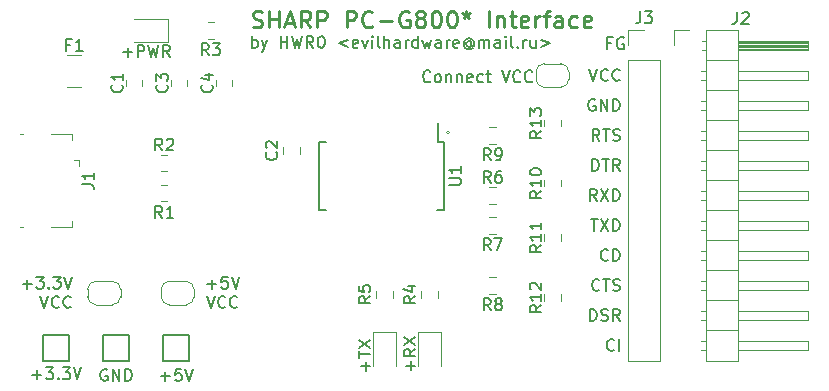
<source format=gbr>
G04 #@! TF.GenerationSoftware,KiCad,Pcbnew,(5.1.6)-1*
G04 #@! TF.CreationDate,2020-08-10T17:12:12+03:00*
G04 #@! TF.ProjectId,g850_kiss,67383530-5f6b-4697-9373-2e6b69636164,rev?*
G04 #@! TF.SameCoordinates,Original*
G04 #@! TF.FileFunction,Legend,Top*
G04 #@! TF.FilePolarity,Positive*
%FSLAX46Y46*%
G04 Gerber Fmt 4.6, Leading zero omitted, Abs format (unit mm)*
G04 Created by KiCad (PCBNEW (5.1.6)-1) date 2020-08-10 17:12:12*
%MOMM*%
%LPD*%
G01*
G04 APERTURE LIST*
%ADD10C,0.120000*%
%ADD11C,0.150000*%
%ADD12C,0.250000*%
G04 APERTURE END LIST*
D10*
X142240000Y-73406000D02*
G75*
G03*
X142240000Y-73406000I-127000J0D01*
G01*
D11*
X125556952Y-66238380D02*
X125556952Y-65238380D01*
X125556952Y-65619333D02*
X125652190Y-65571714D01*
X125842666Y-65571714D01*
X125937904Y-65619333D01*
X125985523Y-65666952D01*
X126033142Y-65762190D01*
X126033142Y-66047904D01*
X125985523Y-66143142D01*
X125937904Y-66190761D01*
X125842666Y-66238380D01*
X125652190Y-66238380D01*
X125556952Y-66190761D01*
X126366476Y-65571714D02*
X126604571Y-66238380D01*
X126842666Y-65571714D02*
X126604571Y-66238380D01*
X126509333Y-66476476D01*
X126461714Y-66524095D01*
X126366476Y-66571714D01*
X127985523Y-66238380D02*
X127985523Y-65238380D01*
X127985523Y-65714571D02*
X128556952Y-65714571D01*
X128556952Y-66238380D02*
X128556952Y-65238380D01*
X128937904Y-65238380D02*
X129176000Y-66238380D01*
X129366476Y-65524095D01*
X129556952Y-66238380D01*
X129795047Y-65238380D01*
X130747428Y-66238380D02*
X130414095Y-65762190D01*
X130176000Y-66238380D02*
X130176000Y-65238380D01*
X130556952Y-65238380D01*
X130652190Y-65286000D01*
X130699809Y-65333619D01*
X130747428Y-65428857D01*
X130747428Y-65571714D01*
X130699809Y-65666952D01*
X130652190Y-65714571D01*
X130556952Y-65762190D01*
X130176000Y-65762190D01*
X131366476Y-65238380D02*
X131461714Y-65238380D01*
X131556952Y-65286000D01*
X131604571Y-65333619D01*
X131652190Y-65428857D01*
X131699809Y-65619333D01*
X131699809Y-65857428D01*
X131652190Y-66047904D01*
X131604571Y-66143142D01*
X131556952Y-66190761D01*
X131461714Y-66238380D01*
X131366476Y-66238380D01*
X131271238Y-66190761D01*
X131223619Y-66143142D01*
X131176000Y-66047904D01*
X131128380Y-65857428D01*
X131128380Y-65619333D01*
X131176000Y-65428857D01*
X131223619Y-65333619D01*
X131271238Y-65286000D01*
X131366476Y-65238380D01*
X133652190Y-65571714D02*
X132890285Y-65857428D01*
X133652190Y-66143142D01*
X134509333Y-66190761D02*
X134414095Y-66238380D01*
X134223619Y-66238380D01*
X134128380Y-66190761D01*
X134080761Y-66095523D01*
X134080761Y-65714571D01*
X134128380Y-65619333D01*
X134223619Y-65571714D01*
X134414095Y-65571714D01*
X134509333Y-65619333D01*
X134556952Y-65714571D01*
X134556952Y-65809809D01*
X134080761Y-65905047D01*
X134890285Y-65571714D02*
X135128380Y-66238380D01*
X135366476Y-65571714D01*
X135747428Y-66238380D02*
X135747428Y-65571714D01*
X135747428Y-65238380D02*
X135699809Y-65286000D01*
X135747428Y-65333619D01*
X135795047Y-65286000D01*
X135747428Y-65238380D01*
X135747428Y-65333619D01*
X136366476Y-66238380D02*
X136271238Y-66190761D01*
X136223619Y-66095523D01*
X136223619Y-65238380D01*
X136747428Y-66238380D02*
X136747428Y-65238380D01*
X137176000Y-66238380D02*
X137176000Y-65714571D01*
X137128380Y-65619333D01*
X137033142Y-65571714D01*
X136890285Y-65571714D01*
X136795047Y-65619333D01*
X136747428Y-65666952D01*
X138080761Y-66238380D02*
X138080761Y-65714571D01*
X138033142Y-65619333D01*
X137937904Y-65571714D01*
X137747428Y-65571714D01*
X137652190Y-65619333D01*
X138080761Y-66190761D02*
X137985523Y-66238380D01*
X137747428Y-66238380D01*
X137652190Y-66190761D01*
X137604571Y-66095523D01*
X137604571Y-66000285D01*
X137652190Y-65905047D01*
X137747428Y-65857428D01*
X137985523Y-65857428D01*
X138080761Y-65809809D01*
X138556952Y-66238380D02*
X138556952Y-65571714D01*
X138556952Y-65762190D02*
X138604571Y-65666952D01*
X138652190Y-65619333D01*
X138747428Y-65571714D01*
X138842666Y-65571714D01*
X139604571Y-66238380D02*
X139604571Y-65238380D01*
X139604571Y-66190761D02*
X139509333Y-66238380D01*
X139318857Y-66238380D01*
X139223619Y-66190761D01*
X139176000Y-66143142D01*
X139128380Y-66047904D01*
X139128380Y-65762190D01*
X139176000Y-65666952D01*
X139223619Y-65619333D01*
X139318857Y-65571714D01*
X139509333Y-65571714D01*
X139604571Y-65619333D01*
X139985523Y-65571714D02*
X140176000Y-66238380D01*
X140366476Y-65762190D01*
X140556952Y-66238380D01*
X140747428Y-65571714D01*
X141556952Y-66238380D02*
X141556952Y-65714571D01*
X141509333Y-65619333D01*
X141414095Y-65571714D01*
X141223619Y-65571714D01*
X141128380Y-65619333D01*
X141556952Y-66190761D02*
X141461714Y-66238380D01*
X141223619Y-66238380D01*
X141128380Y-66190761D01*
X141080761Y-66095523D01*
X141080761Y-66000285D01*
X141128380Y-65905047D01*
X141223619Y-65857428D01*
X141461714Y-65857428D01*
X141556952Y-65809809D01*
X142033142Y-66238380D02*
X142033142Y-65571714D01*
X142033142Y-65762190D02*
X142080761Y-65666952D01*
X142128380Y-65619333D01*
X142223619Y-65571714D01*
X142318857Y-65571714D01*
X143033142Y-66190761D02*
X142937904Y-66238380D01*
X142747428Y-66238380D01*
X142652190Y-66190761D01*
X142604571Y-66095523D01*
X142604571Y-65714571D01*
X142652190Y-65619333D01*
X142747428Y-65571714D01*
X142937904Y-65571714D01*
X143033142Y-65619333D01*
X143080761Y-65714571D01*
X143080761Y-65809809D01*
X142604571Y-65905047D01*
X144128380Y-65762190D02*
X144080761Y-65714571D01*
X143985523Y-65666952D01*
X143890285Y-65666952D01*
X143795047Y-65714571D01*
X143747428Y-65762190D01*
X143699809Y-65857428D01*
X143699809Y-65952666D01*
X143747428Y-66047904D01*
X143795047Y-66095523D01*
X143890285Y-66143142D01*
X143985523Y-66143142D01*
X144080761Y-66095523D01*
X144128380Y-66047904D01*
X144128380Y-65666952D02*
X144128380Y-66047904D01*
X144176000Y-66095523D01*
X144223619Y-66095523D01*
X144318857Y-66047904D01*
X144366476Y-65952666D01*
X144366476Y-65714571D01*
X144271238Y-65571714D01*
X144128380Y-65476476D01*
X143937904Y-65428857D01*
X143747428Y-65476476D01*
X143604571Y-65571714D01*
X143509333Y-65714571D01*
X143461714Y-65905047D01*
X143509333Y-66095523D01*
X143604571Y-66238380D01*
X143747428Y-66333619D01*
X143937904Y-66381238D01*
X144128380Y-66333619D01*
X144271238Y-66238380D01*
X144795047Y-66238380D02*
X144795047Y-65571714D01*
X144795047Y-65666952D02*
X144842666Y-65619333D01*
X144937904Y-65571714D01*
X145080761Y-65571714D01*
X145176000Y-65619333D01*
X145223619Y-65714571D01*
X145223619Y-66238380D01*
X145223619Y-65714571D02*
X145271238Y-65619333D01*
X145366476Y-65571714D01*
X145509333Y-65571714D01*
X145604571Y-65619333D01*
X145652190Y-65714571D01*
X145652190Y-66238380D01*
X146556952Y-66238380D02*
X146556952Y-65714571D01*
X146509333Y-65619333D01*
X146414095Y-65571714D01*
X146223619Y-65571714D01*
X146128380Y-65619333D01*
X146556952Y-66190761D02*
X146461714Y-66238380D01*
X146223619Y-66238380D01*
X146128380Y-66190761D01*
X146080761Y-66095523D01*
X146080761Y-66000285D01*
X146128380Y-65905047D01*
X146223619Y-65857428D01*
X146461714Y-65857428D01*
X146556952Y-65809809D01*
X147033142Y-66238380D02*
X147033142Y-65571714D01*
X147033142Y-65238380D02*
X146985523Y-65286000D01*
X147033142Y-65333619D01*
X147080761Y-65286000D01*
X147033142Y-65238380D01*
X147033142Y-65333619D01*
X147652190Y-66238380D02*
X147556952Y-66190761D01*
X147509333Y-66095523D01*
X147509333Y-65238380D01*
X148033142Y-66143142D02*
X148080761Y-66190761D01*
X148033142Y-66238380D01*
X147985523Y-66190761D01*
X148033142Y-66143142D01*
X148033142Y-66238380D01*
X148509333Y-66238380D02*
X148509333Y-65571714D01*
X148509333Y-65762190D02*
X148556952Y-65666952D01*
X148604571Y-65619333D01*
X148699809Y-65571714D01*
X148795047Y-65571714D01*
X149556952Y-65571714D02*
X149556952Y-66238380D01*
X149128380Y-65571714D02*
X149128380Y-66095523D01*
X149176000Y-66190761D01*
X149271238Y-66238380D01*
X149414095Y-66238380D01*
X149509333Y-66190761D01*
X149556952Y-66143142D01*
X150033142Y-65571714D02*
X150795047Y-65857428D01*
X150033142Y-66143142D01*
D12*
X125620666Y-64447666D02*
X125820666Y-64514333D01*
X126154000Y-64514333D01*
X126287333Y-64447666D01*
X126354000Y-64381000D01*
X126420666Y-64247666D01*
X126420666Y-64114333D01*
X126354000Y-63981000D01*
X126287333Y-63914333D01*
X126154000Y-63847666D01*
X125887333Y-63781000D01*
X125754000Y-63714333D01*
X125687333Y-63647666D01*
X125620666Y-63514333D01*
X125620666Y-63381000D01*
X125687333Y-63247666D01*
X125754000Y-63181000D01*
X125887333Y-63114333D01*
X126220666Y-63114333D01*
X126420666Y-63181000D01*
X127020666Y-64514333D02*
X127020666Y-63114333D01*
X127020666Y-63781000D02*
X127820666Y-63781000D01*
X127820666Y-64514333D02*
X127820666Y-63114333D01*
X128420666Y-64114333D02*
X129087333Y-64114333D01*
X128287333Y-64514333D02*
X128754000Y-63114333D01*
X129220666Y-64514333D01*
X130487333Y-64514333D02*
X130020666Y-63847666D01*
X129687333Y-64514333D02*
X129687333Y-63114333D01*
X130220666Y-63114333D01*
X130354000Y-63181000D01*
X130420666Y-63247666D01*
X130487333Y-63381000D01*
X130487333Y-63581000D01*
X130420666Y-63714333D01*
X130354000Y-63781000D01*
X130220666Y-63847666D01*
X129687333Y-63847666D01*
X131087333Y-64514333D02*
X131087333Y-63114333D01*
X131620666Y-63114333D01*
X131754000Y-63181000D01*
X131820666Y-63247666D01*
X131887333Y-63381000D01*
X131887333Y-63581000D01*
X131820666Y-63714333D01*
X131754000Y-63781000D01*
X131620666Y-63847666D01*
X131087333Y-63847666D01*
X133554000Y-64514333D02*
X133554000Y-63114333D01*
X134087333Y-63114333D01*
X134220666Y-63181000D01*
X134287333Y-63247666D01*
X134354000Y-63381000D01*
X134354000Y-63581000D01*
X134287333Y-63714333D01*
X134220666Y-63781000D01*
X134087333Y-63847666D01*
X133554000Y-63847666D01*
X135754000Y-64381000D02*
X135687333Y-64447666D01*
X135487333Y-64514333D01*
X135354000Y-64514333D01*
X135154000Y-64447666D01*
X135020666Y-64314333D01*
X134954000Y-64181000D01*
X134887333Y-63914333D01*
X134887333Y-63714333D01*
X134954000Y-63447666D01*
X135020666Y-63314333D01*
X135154000Y-63181000D01*
X135354000Y-63114333D01*
X135487333Y-63114333D01*
X135687333Y-63181000D01*
X135754000Y-63247666D01*
X136354000Y-63981000D02*
X137420666Y-63981000D01*
X138820666Y-63181000D02*
X138687333Y-63114333D01*
X138487333Y-63114333D01*
X138287333Y-63181000D01*
X138154000Y-63314333D01*
X138087333Y-63447666D01*
X138020666Y-63714333D01*
X138020666Y-63914333D01*
X138087333Y-64181000D01*
X138154000Y-64314333D01*
X138287333Y-64447666D01*
X138487333Y-64514333D01*
X138620666Y-64514333D01*
X138820666Y-64447666D01*
X138887333Y-64381000D01*
X138887333Y-63914333D01*
X138620666Y-63914333D01*
X139687333Y-63714333D02*
X139554000Y-63647666D01*
X139487333Y-63581000D01*
X139420666Y-63447666D01*
X139420666Y-63381000D01*
X139487333Y-63247666D01*
X139554000Y-63181000D01*
X139687333Y-63114333D01*
X139954000Y-63114333D01*
X140087333Y-63181000D01*
X140154000Y-63247666D01*
X140220666Y-63381000D01*
X140220666Y-63447666D01*
X140154000Y-63581000D01*
X140087333Y-63647666D01*
X139954000Y-63714333D01*
X139687333Y-63714333D01*
X139554000Y-63781000D01*
X139487333Y-63847666D01*
X139420666Y-63981000D01*
X139420666Y-64247666D01*
X139487333Y-64381000D01*
X139554000Y-64447666D01*
X139687333Y-64514333D01*
X139954000Y-64514333D01*
X140087333Y-64447666D01*
X140154000Y-64381000D01*
X140220666Y-64247666D01*
X140220666Y-63981000D01*
X140154000Y-63847666D01*
X140087333Y-63781000D01*
X139954000Y-63714333D01*
X141087333Y-63114333D02*
X141220666Y-63114333D01*
X141354000Y-63181000D01*
X141420666Y-63247666D01*
X141487333Y-63381000D01*
X141554000Y-63647666D01*
X141554000Y-63981000D01*
X141487333Y-64247666D01*
X141420666Y-64381000D01*
X141354000Y-64447666D01*
X141220666Y-64514333D01*
X141087333Y-64514333D01*
X140954000Y-64447666D01*
X140887333Y-64381000D01*
X140820666Y-64247666D01*
X140754000Y-63981000D01*
X140754000Y-63647666D01*
X140820666Y-63381000D01*
X140887333Y-63247666D01*
X140954000Y-63181000D01*
X141087333Y-63114333D01*
X142420666Y-63114333D02*
X142554000Y-63114333D01*
X142687333Y-63181000D01*
X142754000Y-63247666D01*
X142820666Y-63381000D01*
X142887333Y-63647666D01*
X142887333Y-63981000D01*
X142820666Y-64247666D01*
X142754000Y-64381000D01*
X142687333Y-64447666D01*
X142554000Y-64514333D01*
X142420666Y-64514333D01*
X142287333Y-64447666D01*
X142220666Y-64381000D01*
X142154000Y-64247666D01*
X142087333Y-63981000D01*
X142087333Y-63647666D01*
X142154000Y-63381000D01*
X142220666Y-63247666D01*
X142287333Y-63181000D01*
X142420666Y-63114333D01*
X143687333Y-63114333D02*
X143687333Y-63447666D01*
X143354000Y-63314333D02*
X143687333Y-63447666D01*
X144020666Y-63314333D01*
X143487333Y-63714333D02*
X143687333Y-63447666D01*
X143887333Y-63714333D01*
X145620666Y-64514333D02*
X145620666Y-63114333D01*
X146287333Y-63581000D02*
X146287333Y-64514333D01*
X146287333Y-63714333D02*
X146354000Y-63647666D01*
X146487333Y-63581000D01*
X146687333Y-63581000D01*
X146820666Y-63647666D01*
X146887333Y-63781000D01*
X146887333Y-64514333D01*
X147354000Y-63581000D02*
X147887333Y-63581000D01*
X147554000Y-63114333D02*
X147554000Y-64314333D01*
X147620666Y-64447666D01*
X147754000Y-64514333D01*
X147887333Y-64514333D01*
X148887333Y-64447666D02*
X148754000Y-64514333D01*
X148487333Y-64514333D01*
X148354000Y-64447666D01*
X148287333Y-64314333D01*
X148287333Y-63781000D01*
X148354000Y-63647666D01*
X148487333Y-63581000D01*
X148754000Y-63581000D01*
X148887333Y-63647666D01*
X148954000Y-63781000D01*
X148954000Y-63914333D01*
X148287333Y-64047666D01*
X149554000Y-64514333D02*
X149554000Y-63581000D01*
X149554000Y-63847666D02*
X149620666Y-63714333D01*
X149687333Y-63647666D01*
X149820666Y-63581000D01*
X149954000Y-63581000D01*
X150220666Y-63581000D02*
X150754000Y-63581000D01*
X150420666Y-64514333D02*
X150420666Y-63314333D01*
X150487333Y-63181000D01*
X150620666Y-63114333D01*
X150754000Y-63114333D01*
X151820666Y-64514333D02*
X151820666Y-63781000D01*
X151754000Y-63647666D01*
X151620666Y-63581000D01*
X151354000Y-63581000D01*
X151220666Y-63647666D01*
X151820666Y-64447666D02*
X151687333Y-64514333D01*
X151354000Y-64514333D01*
X151220666Y-64447666D01*
X151154000Y-64314333D01*
X151154000Y-64181000D01*
X151220666Y-64047666D01*
X151354000Y-63981000D01*
X151687333Y-63981000D01*
X151820666Y-63914333D01*
X153087333Y-64447666D02*
X152954000Y-64514333D01*
X152687333Y-64514333D01*
X152554000Y-64447666D01*
X152487333Y-64381000D01*
X152420666Y-64247666D01*
X152420666Y-63847666D01*
X152487333Y-63714333D01*
X152554000Y-63647666D01*
X152687333Y-63581000D01*
X152954000Y-63581000D01*
X153087333Y-63647666D01*
X154220666Y-64447666D02*
X154087333Y-64514333D01*
X153820666Y-64514333D01*
X153687333Y-64447666D01*
X153620666Y-64314333D01*
X153620666Y-63781000D01*
X153687333Y-63647666D01*
X153820666Y-63581000D01*
X154087333Y-63581000D01*
X154220666Y-63647666D01*
X154287333Y-63781000D01*
X154287333Y-63914333D01*
X153620666Y-64047666D01*
D11*
X156207833Y-91797142D02*
X156160214Y-91844761D01*
X156017357Y-91892380D01*
X155922119Y-91892380D01*
X155779261Y-91844761D01*
X155684023Y-91749523D01*
X155636404Y-91654285D01*
X155588785Y-91463809D01*
X155588785Y-91320952D01*
X155636404Y-91130476D01*
X155684023Y-91035238D01*
X155779261Y-90940000D01*
X155922119Y-90892380D01*
X156017357Y-90892380D01*
X156160214Y-90940000D01*
X156207833Y-90987619D01*
X156636404Y-91892380D02*
X156636404Y-90892380D01*
X154160214Y-89352380D02*
X154160214Y-88352380D01*
X154398309Y-88352380D01*
X154541166Y-88400000D01*
X154636404Y-88495238D01*
X154684023Y-88590476D01*
X154731642Y-88780952D01*
X154731642Y-88923809D01*
X154684023Y-89114285D01*
X154636404Y-89209523D01*
X154541166Y-89304761D01*
X154398309Y-89352380D01*
X154160214Y-89352380D01*
X155112595Y-89304761D02*
X155255452Y-89352380D01*
X155493547Y-89352380D01*
X155588785Y-89304761D01*
X155636404Y-89257142D01*
X155684023Y-89161904D01*
X155684023Y-89066666D01*
X155636404Y-88971428D01*
X155588785Y-88923809D01*
X155493547Y-88876190D01*
X155303071Y-88828571D01*
X155207833Y-88780952D01*
X155160214Y-88733333D01*
X155112595Y-88638095D01*
X155112595Y-88542857D01*
X155160214Y-88447619D01*
X155207833Y-88400000D01*
X155303071Y-88352380D01*
X155541166Y-88352380D01*
X155684023Y-88400000D01*
X156684023Y-89352380D02*
X156350690Y-88876190D01*
X156112595Y-89352380D02*
X156112595Y-88352380D01*
X156493547Y-88352380D01*
X156588785Y-88400000D01*
X156636404Y-88447619D01*
X156684023Y-88542857D01*
X156684023Y-88685714D01*
X156636404Y-88780952D01*
X156588785Y-88828571D01*
X156493547Y-88876190D01*
X156112595Y-88876190D01*
X154969738Y-86717142D02*
X154922119Y-86764761D01*
X154779261Y-86812380D01*
X154684023Y-86812380D01*
X154541166Y-86764761D01*
X154445928Y-86669523D01*
X154398309Y-86574285D01*
X154350690Y-86383809D01*
X154350690Y-86240952D01*
X154398309Y-86050476D01*
X154445928Y-85955238D01*
X154541166Y-85860000D01*
X154684023Y-85812380D01*
X154779261Y-85812380D01*
X154922119Y-85860000D01*
X154969738Y-85907619D01*
X155255452Y-85812380D02*
X155826880Y-85812380D01*
X155541166Y-86812380D02*
X155541166Y-85812380D01*
X156112595Y-86764761D02*
X156255452Y-86812380D01*
X156493547Y-86812380D01*
X156588785Y-86764761D01*
X156636404Y-86717142D01*
X156684023Y-86621904D01*
X156684023Y-86526666D01*
X156636404Y-86431428D01*
X156588785Y-86383809D01*
X156493547Y-86336190D01*
X156303071Y-86288571D01*
X156207833Y-86240952D01*
X156160214Y-86193333D01*
X156112595Y-86098095D01*
X156112595Y-86002857D01*
X156160214Y-85907619D01*
X156207833Y-85860000D01*
X156303071Y-85812380D01*
X156541166Y-85812380D01*
X156684023Y-85860000D01*
X155684023Y-84177142D02*
X155636404Y-84224761D01*
X155493547Y-84272380D01*
X155398309Y-84272380D01*
X155255452Y-84224761D01*
X155160214Y-84129523D01*
X155112595Y-84034285D01*
X155064976Y-83843809D01*
X155064976Y-83700952D01*
X155112595Y-83510476D01*
X155160214Y-83415238D01*
X155255452Y-83320000D01*
X155398309Y-83272380D01*
X155493547Y-83272380D01*
X155636404Y-83320000D01*
X155684023Y-83367619D01*
X156112595Y-84272380D02*
X156112595Y-83272380D01*
X156350690Y-83272380D01*
X156493547Y-83320000D01*
X156588785Y-83415238D01*
X156636404Y-83510476D01*
X156684023Y-83700952D01*
X156684023Y-83843809D01*
X156636404Y-84034285D01*
X156588785Y-84129523D01*
X156493547Y-84224761D01*
X156350690Y-84272380D01*
X156112595Y-84272380D01*
X154255452Y-80732380D02*
X154826880Y-80732380D01*
X154541166Y-81732380D02*
X154541166Y-80732380D01*
X155064976Y-80732380D02*
X155731642Y-81732380D01*
X155731642Y-80732380D02*
X155064976Y-81732380D01*
X156112595Y-81732380D02*
X156112595Y-80732380D01*
X156350690Y-80732380D01*
X156493547Y-80780000D01*
X156588785Y-80875238D01*
X156636404Y-80970476D01*
X156684023Y-81160952D01*
X156684023Y-81303809D01*
X156636404Y-81494285D01*
X156588785Y-81589523D01*
X156493547Y-81684761D01*
X156350690Y-81732380D01*
X156112595Y-81732380D01*
X154731642Y-79192380D02*
X154398309Y-78716190D01*
X154160214Y-79192380D02*
X154160214Y-78192380D01*
X154541166Y-78192380D01*
X154636404Y-78240000D01*
X154684023Y-78287619D01*
X154731642Y-78382857D01*
X154731642Y-78525714D01*
X154684023Y-78620952D01*
X154636404Y-78668571D01*
X154541166Y-78716190D01*
X154160214Y-78716190D01*
X155064976Y-78192380D02*
X155731642Y-79192380D01*
X155731642Y-78192380D02*
X155064976Y-79192380D01*
X156112595Y-79192380D02*
X156112595Y-78192380D01*
X156350690Y-78192380D01*
X156493547Y-78240000D01*
X156588785Y-78335238D01*
X156636404Y-78430476D01*
X156684023Y-78620952D01*
X156684023Y-78763809D01*
X156636404Y-78954285D01*
X156588785Y-79049523D01*
X156493547Y-79144761D01*
X156350690Y-79192380D01*
X156112595Y-79192380D01*
X154350690Y-76652380D02*
X154350690Y-75652380D01*
X154588785Y-75652380D01*
X154731642Y-75700000D01*
X154826880Y-75795238D01*
X154874500Y-75890476D01*
X154922119Y-76080952D01*
X154922119Y-76223809D01*
X154874500Y-76414285D01*
X154826880Y-76509523D01*
X154731642Y-76604761D01*
X154588785Y-76652380D01*
X154350690Y-76652380D01*
X155207833Y-75652380D02*
X155779261Y-75652380D01*
X155493547Y-76652380D02*
X155493547Y-75652380D01*
X156684023Y-76652380D02*
X156350690Y-76176190D01*
X156112595Y-76652380D02*
X156112595Y-75652380D01*
X156493547Y-75652380D01*
X156588785Y-75700000D01*
X156636404Y-75747619D01*
X156684023Y-75842857D01*
X156684023Y-75985714D01*
X156636404Y-76080952D01*
X156588785Y-76128571D01*
X156493547Y-76176190D01*
X156112595Y-76176190D01*
X155969785Y-65841571D02*
X155636452Y-65841571D01*
X155636452Y-66365380D02*
X155636452Y-65365380D01*
X156112642Y-65365380D01*
X157017404Y-65413000D02*
X156922166Y-65365380D01*
X156779309Y-65365380D01*
X156636452Y-65413000D01*
X156541214Y-65508238D01*
X156493595Y-65603476D01*
X156445976Y-65793952D01*
X156445976Y-65936809D01*
X156493595Y-66127285D01*
X156541214Y-66222523D01*
X156636452Y-66317761D01*
X156779309Y-66365380D01*
X156874547Y-66365380D01*
X157017404Y-66317761D01*
X157065023Y-66270142D01*
X157065023Y-65936809D01*
X156874547Y-65936809D01*
X154969738Y-74112380D02*
X154636404Y-73636190D01*
X154398309Y-74112380D02*
X154398309Y-73112380D01*
X154779261Y-73112380D01*
X154874500Y-73160000D01*
X154922119Y-73207619D01*
X154969738Y-73302857D01*
X154969738Y-73445714D01*
X154922119Y-73540952D01*
X154874500Y-73588571D01*
X154779261Y-73636190D01*
X154398309Y-73636190D01*
X155255452Y-73112380D02*
X155826880Y-73112380D01*
X155541166Y-74112380D02*
X155541166Y-73112380D01*
X156112595Y-74064761D02*
X156255452Y-74112380D01*
X156493547Y-74112380D01*
X156588785Y-74064761D01*
X156636404Y-74017142D01*
X156684023Y-73921904D01*
X156684023Y-73826666D01*
X156636404Y-73731428D01*
X156588785Y-73683809D01*
X156493547Y-73636190D01*
X156303071Y-73588571D01*
X156207833Y-73540952D01*
X156160214Y-73493333D01*
X156112595Y-73398095D01*
X156112595Y-73302857D01*
X156160214Y-73207619D01*
X156207833Y-73160000D01*
X156303071Y-73112380D01*
X156541166Y-73112380D01*
X156684023Y-73160000D01*
X154588785Y-70620000D02*
X154493547Y-70572380D01*
X154350690Y-70572380D01*
X154207833Y-70620000D01*
X154112595Y-70715238D01*
X154064976Y-70810476D01*
X154017357Y-71000952D01*
X154017357Y-71143809D01*
X154064976Y-71334285D01*
X154112595Y-71429523D01*
X154207833Y-71524761D01*
X154350690Y-71572380D01*
X154445928Y-71572380D01*
X154588785Y-71524761D01*
X154636404Y-71477142D01*
X154636404Y-71143809D01*
X154445928Y-71143809D01*
X155064976Y-71572380D02*
X155064976Y-70572380D01*
X155636404Y-71572380D01*
X155636404Y-70572380D01*
X156112595Y-71572380D02*
X156112595Y-70572380D01*
X156350690Y-70572380D01*
X156493547Y-70620000D01*
X156588785Y-70715238D01*
X156636404Y-70810476D01*
X156684023Y-71000952D01*
X156684023Y-71143809D01*
X156636404Y-71334285D01*
X156588785Y-71429523D01*
X156493547Y-71524761D01*
X156350690Y-71572380D01*
X156112595Y-71572380D01*
X154112595Y-68032380D02*
X154445928Y-69032380D01*
X154779261Y-68032380D01*
X155684023Y-68937142D02*
X155636404Y-68984761D01*
X155493547Y-69032380D01*
X155398309Y-69032380D01*
X155255452Y-68984761D01*
X155160214Y-68889523D01*
X155112595Y-68794285D01*
X155064976Y-68603809D01*
X155064976Y-68460952D01*
X155112595Y-68270476D01*
X155160214Y-68175238D01*
X155255452Y-68080000D01*
X155398309Y-68032380D01*
X155493547Y-68032380D01*
X155636404Y-68080000D01*
X155684023Y-68127619D01*
X156684023Y-68937142D02*
X156636404Y-68984761D01*
X156493547Y-69032380D01*
X156398309Y-69032380D01*
X156255452Y-68984761D01*
X156160214Y-68889523D01*
X156112595Y-68794285D01*
X156064976Y-68603809D01*
X156064976Y-68460952D01*
X156112595Y-68270476D01*
X156160214Y-68175238D01*
X156255452Y-68080000D01*
X156398309Y-68032380D01*
X156493547Y-68032380D01*
X156636404Y-68080000D01*
X156684023Y-68127619D01*
X114633619Y-66619428D02*
X115395523Y-66619428D01*
X115014571Y-67000380D02*
X115014571Y-66238476D01*
X115871714Y-67000380D02*
X115871714Y-66000380D01*
X116252666Y-66000380D01*
X116347904Y-66048000D01*
X116395523Y-66095619D01*
X116443142Y-66190857D01*
X116443142Y-66333714D01*
X116395523Y-66428952D01*
X116347904Y-66476571D01*
X116252666Y-66524190D01*
X115871714Y-66524190D01*
X116776476Y-66000380D02*
X117014571Y-67000380D01*
X117205047Y-66286095D01*
X117395523Y-67000380D01*
X117633619Y-66000380D01*
X118586000Y-67000380D02*
X118252666Y-66524190D01*
X118014571Y-67000380D02*
X118014571Y-66000380D01*
X118395523Y-66000380D01*
X118490761Y-66048000D01*
X118538380Y-66095619D01*
X118586000Y-66190857D01*
X118586000Y-66333714D01*
X118538380Y-66428952D01*
X118490761Y-66476571D01*
X118395523Y-66524190D01*
X118014571Y-66524190D01*
X139009428Y-93559142D02*
X139009428Y-92797238D01*
X139390380Y-93178190D02*
X138628476Y-93178190D01*
X139390380Y-91749619D02*
X138914190Y-92082952D01*
X139390380Y-92321047D02*
X138390380Y-92321047D01*
X138390380Y-91940095D01*
X138438000Y-91844857D01*
X138485619Y-91797238D01*
X138580857Y-91749619D01*
X138723714Y-91749619D01*
X138818952Y-91797238D01*
X138866571Y-91844857D01*
X138914190Y-91940095D01*
X138914190Y-92321047D01*
X138390380Y-91416285D02*
X139390380Y-90749619D01*
X138390380Y-90749619D02*
X139390380Y-91416285D01*
X135199428Y-93567095D02*
X135199428Y-92805190D01*
X135580380Y-93186142D02*
X134818476Y-93186142D01*
X134580380Y-92471857D02*
X134580380Y-91900428D01*
X135580380Y-92186142D02*
X134580380Y-92186142D01*
X134580380Y-91662333D02*
X135580380Y-90995666D01*
X134580380Y-90995666D02*
X135580380Y-91662333D01*
X117840285Y-94051428D02*
X118602190Y-94051428D01*
X118221238Y-94432380D02*
X118221238Y-93670476D01*
X119554571Y-93432380D02*
X119078380Y-93432380D01*
X119030761Y-93908571D01*
X119078380Y-93860952D01*
X119173619Y-93813333D01*
X119411714Y-93813333D01*
X119506952Y-93860952D01*
X119554571Y-93908571D01*
X119602190Y-94003809D01*
X119602190Y-94241904D01*
X119554571Y-94337142D01*
X119506952Y-94384761D01*
X119411714Y-94432380D01*
X119173619Y-94432380D01*
X119078380Y-94384761D01*
X119030761Y-94337142D01*
X119887904Y-93432380D02*
X120221238Y-94432380D01*
X120554571Y-93432380D01*
X113284095Y-93480000D02*
X113188857Y-93432380D01*
X113046000Y-93432380D01*
X112903142Y-93480000D01*
X112807904Y-93575238D01*
X112760285Y-93670476D01*
X112712666Y-93860952D01*
X112712666Y-94003809D01*
X112760285Y-94194285D01*
X112807904Y-94289523D01*
X112903142Y-94384761D01*
X113046000Y-94432380D01*
X113141238Y-94432380D01*
X113284095Y-94384761D01*
X113331714Y-94337142D01*
X113331714Y-94003809D01*
X113141238Y-94003809D01*
X113760285Y-94432380D02*
X113760285Y-93432380D01*
X114331714Y-94432380D01*
X114331714Y-93432380D01*
X114807904Y-94432380D02*
X114807904Y-93432380D01*
X115046000Y-93432380D01*
X115188857Y-93480000D01*
X115284095Y-93575238D01*
X115331714Y-93670476D01*
X115379333Y-93860952D01*
X115379333Y-94003809D01*
X115331714Y-94194285D01*
X115284095Y-94289523D01*
X115188857Y-94384761D01*
X115046000Y-94432380D01*
X114807904Y-94432380D01*
X106966000Y-93924428D02*
X107727904Y-93924428D01*
X107346952Y-94305380D02*
X107346952Y-93543476D01*
X108108857Y-93305380D02*
X108727904Y-93305380D01*
X108394571Y-93686333D01*
X108537428Y-93686333D01*
X108632666Y-93733952D01*
X108680285Y-93781571D01*
X108727904Y-93876809D01*
X108727904Y-94114904D01*
X108680285Y-94210142D01*
X108632666Y-94257761D01*
X108537428Y-94305380D01*
X108251714Y-94305380D01*
X108156476Y-94257761D01*
X108108857Y-94210142D01*
X109156476Y-94210142D02*
X109204095Y-94257761D01*
X109156476Y-94305380D01*
X109108857Y-94257761D01*
X109156476Y-94210142D01*
X109156476Y-94305380D01*
X109537428Y-93305380D02*
X110156476Y-93305380D01*
X109823142Y-93686333D01*
X109966000Y-93686333D01*
X110061238Y-93733952D01*
X110108857Y-93781571D01*
X110156476Y-93876809D01*
X110156476Y-94114904D01*
X110108857Y-94210142D01*
X110061238Y-94257761D01*
X109966000Y-94305380D01*
X109680285Y-94305380D01*
X109585047Y-94257761D01*
X109537428Y-94210142D01*
X110442190Y-93305380D02*
X110775523Y-94305380D01*
X111108857Y-93305380D01*
X140653000Y-69064142D02*
X140605380Y-69111761D01*
X140462523Y-69159380D01*
X140367285Y-69159380D01*
X140224428Y-69111761D01*
X140129190Y-69016523D01*
X140081571Y-68921285D01*
X140033952Y-68730809D01*
X140033952Y-68587952D01*
X140081571Y-68397476D01*
X140129190Y-68302238D01*
X140224428Y-68207000D01*
X140367285Y-68159380D01*
X140462523Y-68159380D01*
X140605380Y-68207000D01*
X140653000Y-68254619D01*
X141224428Y-69159380D02*
X141129190Y-69111761D01*
X141081571Y-69064142D01*
X141033952Y-68968904D01*
X141033952Y-68683190D01*
X141081571Y-68587952D01*
X141129190Y-68540333D01*
X141224428Y-68492714D01*
X141367285Y-68492714D01*
X141462523Y-68540333D01*
X141510142Y-68587952D01*
X141557761Y-68683190D01*
X141557761Y-68968904D01*
X141510142Y-69064142D01*
X141462523Y-69111761D01*
X141367285Y-69159380D01*
X141224428Y-69159380D01*
X141986333Y-68492714D02*
X141986333Y-69159380D01*
X141986333Y-68587952D02*
X142033952Y-68540333D01*
X142129190Y-68492714D01*
X142272047Y-68492714D01*
X142367285Y-68540333D01*
X142414904Y-68635571D01*
X142414904Y-69159380D01*
X142891095Y-68492714D02*
X142891095Y-69159380D01*
X142891095Y-68587952D02*
X142938714Y-68540333D01*
X143033952Y-68492714D01*
X143176809Y-68492714D01*
X143272047Y-68540333D01*
X143319666Y-68635571D01*
X143319666Y-69159380D01*
X144176809Y-69111761D02*
X144081571Y-69159380D01*
X143891095Y-69159380D01*
X143795857Y-69111761D01*
X143748238Y-69016523D01*
X143748238Y-68635571D01*
X143795857Y-68540333D01*
X143891095Y-68492714D01*
X144081571Y-68492714D01*
X144176809Y-68540333D01*
X144224428Y-68635571D01*
X144224428Y-68730809D01*
X143748238Y-68826047D01*
X145081571Y-69111761D02*
X144986333Y-69159380D01*
X144795857Y-69159380D01*
X144700619Y-69111761D01*
X144653000Y-69064142D01*
X144605380Y-68968904D01*
X144605380Y-68683190D01*
X144653000Y-68587952D01*
X144700619Y-68540333D01*
X144795857Y-68492714D01*
X144986333Y-68492714D01*
X145081571Y-68540333D01*
X145367285Y-68492714D02*
X145748238Y-68492714D01*
X145510142Y-68159380D02*
X145510142Y-69016523D01*
X145557761Y-69111761D01*
X145653000Y-69159380D01*
X145748238Y-69159380D01*
X146700619Y-68159380D02*
X147033952Y-69159380D01*
X147367285Y-68159380D01*
X148272047Y-69064142D02*
X148224428Y-69111761D01*
X148081571Y-69159380D01*
X147986333Y-69159380D01*
X147843476Y-69111761D01*
X147748238Y-69016523D01*
X147700619Y-68921285D01*
X147653000Y-68730809D01*
X147653000Y-68587952D01*
X147700619Y-68397476D01*
X147748238Y-68302238D01*
X147843476Y-68207000D01*
X147986333Y-68159380D01*
X148081571Y-68159380D01*
X148224428Y-68207000D01*
X148272047Y-68254619D01*
X149272047Y-69064142D02*
X149224428Y-69111761D01*
X149081571Y-69159380D01*
X148986333Y-69159380D01*
X148843476Y-69111761D01*
X148748238Y-69016523D01*
X148700619Y-68921285D01*
X148653000Y-68730809D01*
X148653000Y-68587952D01*
X148700619Y-68397476D01*
X148748238Y-68302238D01*
X148843476Y-68207000D01*
X148986333Y-68159380D01*
X149081571Y-68159380D01*
X149224428Y-68207000D01*
X149272047Y-68254619D01*
X121777285Y-86241428D02*
X122539190Y-86241428D01*
X122158238Y-86622380D02*
X122158238Y-85860476D01*
X123491571Y-85622380D02*
X123015380Y-85622380D01*
X122967761Y-86098571D01*
X123015380Y-86050952D01*
X123110619Y-86003333D01*
X123348714Y-86003333D01*
X123443952Y-86050952D01*
X123491571Y-86098571D01*
X123539190Y-86193809D01*
X123539190Y-86431904D01*
X123491571Y-86527142D01*
X123443952Y-86574761D01*
X123348714Y-86622380D01*
X123110619Y-86622380D01*
X123015380Y-86574761D01*
X122967761Y-86527142D01*
X123824904Y-85622380D02*
X124158238Y-86622380D01*
X124491571Y-85622380D01*
X121729666Y-87272380D02*
X122063000Y-88272380D01*
X122396333Y-87272380D01*
X123301095Y-88177142D02*
X123253476Y-88224761D01*
X123110619Y-88272380D01*
X123015380Y-88272380D01*
X122872523Y-88224761D01*
X122777285Y-88129523D01*
X122729666Y-88034285D01*
X122682047Y-87843809D01*
X122682047Y-87700952D01*
X122729666Y-87510476D01*
X122777285Y-87415238D01*
X122872523Y-87320000D01*
X123015380Y-87272380D01*
X123110619Y-87272380D01*
X123253476Y-87320000D01*
X123301095Y-87367619D01*
X124301095Y-88177142D02*
X124253476Y-88224761D01*
X124110619Y-88272380D01*
X124015380Y-88272380D01*
X123872523Y-88224761D01*
X123777285Y-88129523D01*
X123729666Y-88034285D01*
X123682047Y-87843809D01*
X123682047Y-87700952D01*
X123729666Y-87510476D01*
X123777285Y-87415238D01*
X123872523Y-87320000D01*
X124015380Y-87272380D01*
X124110619Y-87272380D01*
X124253476Y-87320000D01*
X124301095Y-87367619D01*
X106154404Y-86241428D02*
X106916309Y-86241428D01*
X106535357Y-86622380D02*
X106535357Y-85860476D01*
X107297261Y-85622380D02*
X107916309Y-85622380D01*
X107582976Y-86003333D01*
X107725833Y-86003333D01*
X107821071Y-86050952D01*
X107868690Y-86098571D01*
X107916309Y-86193809D01*
X107916309Y-86431904D01*
X107868690Y-86527142D01*
X107821071Y-86574761D01*
X107725833Y-86622380D01*
X107440119Y-86622380D01*
X107344880Y-86574761D01*
X107297261Y-86527142D01*
X108344880Y-86527142D02*
X108392500Y-86574761D01*
X108344880Y-86622380D01*
X108297261Y-86574761D01*
X108344880Y-86527142D01*
X108344880Y-86622380D01*
X108725833Y-85622380D02*
X109344880Y-85622380D01*
X109011547Y-86003333D01*
X109154404Y-86003333D01*
X109249642Y-86050952D01*
X109297261Y-86098571D01*
X109344880Y-86193809D01*
X109344880Y-86431904D01*
X109297261Y-86527142D01*
X109249642Y-86574761D01*
X109154404Y-86622380D01*
X108868690Y-86622380D01*
X108773452Y-86574761D01*
X108725833Y-86527142D01*
X109630595Y-85622380D02*
X109963928Y-86622380D01*
X110297261Y-85622380D01*
X107630595Y-87272380D02*
X107963928Y-88272380D01*
X108297261Y-87272380D01*
X109202023Y-88177142D02*
X109154404Y-88224761D01*
X109011547Y-88272380D01*
X108916309Y-88272380D01*
X108773452Y-88224761D01*
X108678214Y-88129523D01*
X108630595Y-88034285D01*
X108582976Y-87843809D01*
X108582976Y-87700952D01*
X108630595Y-87510476D01*
X108678214Y-87415238D01*
X108773452Y-87320000D01*
X108916309Y-87272380D01*
X109011547Y-87272380D01*
X109154404Y-87320000D01*
X109202023Y-87367619D01*
X110202023Y-88177142D02*
X110154404Y-88224761D01*
X110011547Y-88272380D01*
X109916309Y-88272380D01*
X109773452Y-88224761D01*
X109678214Y-88129523D01*
X109630595Y-88034285D01*
X109582976Y-87843809D01*
X109582976Y-87700952D01*
X109630595Y-87510476D01*
X109678214Y-87415238D01*
X109773452Y-87320000D01*
X109916309Y-87272380D01*
X110011547Y-87272380D01*
X110154404Y-87320000D01*
X110202023Y-87367619D01*
X112946000Y-90594000D02*
X115146000Y-90594000D01*
X115146000Y-90594000D02*
X115146000Y-92794000D01*
X115146000Y-92794000D02*
X112946000Y-92794000D01*
X112946000Y-92794000D02*
X112946000Y-90594000D01*
X118026000Y-90594000D02*
X120226000Y-90594000D01*
X120226000Y-90594000D02*
X120226000Y-92794000D01*
X120226000Y-92794000D02*
X118026000Y-92794000D01*
X118026000Y-92794000D02*
X118026000Y-90594000D01*
X107866000Y-90594000D02*
X110066000Y-90594000D01*
X110066000Y-90594000D02*
X110066000Y-92794000D01*
X110066000Y-92794000D02*
X107866000Y-92794000D01*
X107866000Y-92794000D02*
X107866000Y-90594000D01*
X141850000Y-74214000D02*
X141275000Y-74214000D01*
X141850000Y-79964000D02*
X141200000Y-79964000D01*
X131200000Y-79964000D02*
X131850000Y-79964000D01*
X131200000Y-74214000D02*
X131850000Y-74214000D01*
X141850000Y-74214000D02*
X141850000Y-79964000D01*
X131200000Y-74214000D02*
X131200000Y-79964000D01*
X141275000Y-74214000D02*
X141275000Y-72614000D01*
D10*
X150293000Y-72896252D02*
X150293000Y-72373748D01*
X151713000Y-72896252D02*
X151713000Y-72373748D01*
X151713000Y-87123748D02*
X151713000Y-87646252D01*
X150293000Y-87123748D02*
X150293000Y-87646252D01*
X151713000Y-82043748D02*
X151713000Y-82566252D01*
X150293000Y-82043748D02*
X150293000Y-82566252D01*
X150293000Y-77976252D02*
X150293000Y-77453748D01*
X151713000Y-77976252D02*
X151713000Y-77453748D01*
X146175252Y-74370000D02*
X145652748Y-74370000D01*
X146175252Y-72950000D02*
X145652748Y-72950000D01*
X146175252Y-87070000D02*
X145652748Y-87070000D01*
X146175252Y-85650000D02*
X145652748Y-85650000D01*
X146175252Y-81990000D02*
X145652748Y-81990000D01*
X146175252Y-80570000D02*
X145652748Y-80570000D01*
X146175252Y-79450000D02*
X145652748Y-79450000D01*
X146175252Y-78030000D02*
X145652748Y-78030000D01*
X136069000Y-87383252D02*
X136069000Y-86860748D01*
X137489000Y-87383252D02*
X137489000Y-86860748D01*
X139879000Y-87383252D02*
X139879000Y-86860748D01*
X141299000Y-87383252D02*
X141299000Y-86860748D01*
X121794748Y-64060000D02*
X122317252Y-64060000D01*
X121794748Y-65480000D02*
X122317252Y-65480000D01*
X118371252Y-76709340D02*
X117848748Y-76709340D01*
X118371252Y-75289340D02*
X117848748Y-75289340D01*
X118371252Y-79249340D02*
X117848748Y-79249340D01*
X118371252Y-77829340D02*
X117848748Y-77829340D01*
X149588000Y-68880000D02*
X149588000Y-68280000D01*
X151688000Y-69580000D02*
X150288000Y-69580000D01*
X152388000Y-68280000D02*
X152388000Y-68880000D01*
X150288000Y-67580000D02*
X151688000Y-67580000D01*
X149588000Y-68280000D02*
G75*
G02*
X150288000Y-67580000I700000J0D01*
G01*
X150288000Y-69580000D02*
G75*
G02*
X149588000Y-68880000I0J700000D01*
G01*
X152388000Y-68880000D02*
G75*
G02*
X151688000Y-69580000I-700000J0D01*
G01*
X151688000Y-67580000D02*
G75*
G02*
X152388000Y-68280000I0J-700000D01*
G01*
X117853000Y-87295000D02*
X117853000Y-86695000D01*
X119953000Y-87995000D02*
X118553000Y-87995000D01*
X120653000Y-86695000D02*
X120653000Y-87295000D01*
X118553000Y-85995000D02*
X119953000Y-85995000D01*
X117853000Y-86695000D02*
G75*
G02*
X118553000Y-85995000I700000J0D01*
G01*
X118553000Y-87995000D02*
G75*
G02*
X117853000Y-87295000I0J700000D01*
G01*
X120653000Y-87295000D02*
G75*
G02*
X119953000Y-87995000I-700000J0D01*
G01*
X119953000Y-85995000D02*
G75*
G02*
X120653000Y-86695000I0J-700000D01*
G01*
X111630000Y-87295000D02*
X111630000Y-86695000D01*
X113730000Y-87995000D02*
X112330000Y-87995000D01*
X114430000Y-86695000D02*
X114430000Y-87295000D01*
X112330000Y-85995000D02*
X113730000Y-85995000D01*
X111630000Y-86695000D02*
G75*
G02*
X112330000Y-85995000I700000J0D01*
G01*
X112330000Y-87995000D02*
G75*
G02*
X111630000Y-87295000I0J700000D01*
G01*
X114430000Y-87295000D02*
G75*
G02*
X113730000Y-87995000I-700000J0D01*
G01*
X113730000Y-85995000D02*
G75*
G02*
X114430000Y-86695000I0J-700000D01*
G01*
X157420000Y-92770000D02*
X160080000Y-92770000D01*
X157420000Y-67310000D02*
X157420000Y-92770000D01*
X160080000Y-67310000D02*
X160080000Y-92770000D01*
X157420000Y-67310000D02*
X160080000Y-67310000D01*
X157420000Y-66040000D02*
X157420000Y-64710000D01*
X157420000Y-64710000D02*
X158750000Y-64710000D01*
X164000000Y-64710000D02*
X164000000Y-92770000D01*
X164000000Y-92770000D02*
X166660000Y-92770000D01*
X166660000Y-92770000D02*
X166660000Y-64710000D01*
X166660000Y-64710000D02*
X164000000Y-64710000D01*
X166660000Y-65660000D02*
X172660000Y-65660000D01*
X172660000Y-65660000D02*
X172660000Y-66420000D01*
X172660000Y-66420000D02*
X166660000Y-66420000D01*
X166660000Y-65720000D02*
X172660000Y-65720000D01*
X166660000Y-65840000D02*
X172660000Y-65840000D01*
X166660000Y-65960000D02*
X172660000Y-65960000D01*
X166660000Y-66080000D02*
X172660000Y-66080000D01*
X166660000Y-66200000D02*
X172660000Y-66200000D01*
X166660000Y-66320000D02*
X172660000Y-66320000D01*
X163670000Y-65660000D02*
X164000000Y-65660000D01*
X163670000Y-66420000D02*
X164000000Y-66420000D01*
X164000000Y-67310000D02*
X166660000Y-67310000D01*
X166660000Y-68200000D02*
X172660000Y-68200000D01*
X172660000Y-68200000D02*
X172660000Y-68960000D01*
X172660000Y-68960000D02*
X166660000Y-68960000D01*
X163602929Y-68200000D02*
X164000000Y-68200000D01*
X163602929Y-68960000D02*
X164000000Y-68960000D01*
X164000000Y-69850000D02*
X166660000Y-69850000D01*
X166660000Y-70740000D02*
X172660000Y-70740000D01*
X172660000Y-70740000D02*
X172660000Y-71500000D01*
X172660000Y-71500000D02*
X166660000Y-71500000D01*
X163602929Y-70740000D02*
X164000000Y-70740000D01*
X163602929Y-71500000D02*
X164000000Y-71500000D01*
X164000000Y-72390000D02*
X166660000Y-72390000D01*
X166660000Y-73280000D02*
X172660000Y-73280000D01*
X172660000Y-73280000D02*
X172660000Y-74040000D01*
X172660000Y-74040000D02*
X166660000Y-74040000D01*
X163602929Y-73280000D02*
X164000000Y-73280000D01*
X163602929Y-74040000D02*
X164000000Y-74040000D01*
X164000000Y-74930000D02*
X166660000Y-74930000D01*
X166660000Y-75820000D02*
X172660000Y-75820000D01*
X172660000Y-75820000D02*
X172660000Y-76580000D01*
X172660000Y-76580000D02*
X166660000Y-76580000D01*
X163602929Y-75820000D02*
X164000000Y-75820000D01*
X163602929Y-76580000D02*
X164000000Y-76580000D01*
X164000000Y-77470000D02*
X166660000Y-77470000D01*
X166660000Y-78360000D02*
X172660000Y-78360000D01*
X172660000Y-78360000D02*
X172660000Y-79120000D01*
X172660000Y-79120000D02*
X166660000Y-79120000D01*
X163602929Y-78360000D02*
X164000000Y-78360000D01*
X163602929Y-79120000D02*
X164000000Y-79120000D01*
X164000000Y-80010000D02*
X166660000Y-80010000D01*
X166660000Y-80900000D02*
X172660000Y-80900000D01*
X172660000Y-80900000D02*
X172660000Y-81660000D01*
X172660000Y-81660000D02*
X166660000Y-81660000D01*
X163602929Y-80900000D02*
X164000000Y-80900000D01*
X163602929Y-81660000D02*
X164000000Y-81660000D01*
X164000000Y-82550000D02*
X166660000Y-82550000D01*
X166660000Y-83440000D02*
X172660000Y-83440000D01*
X172660000Y-83440000D02*
X172660000Y-84200000D01*
X172660000Y-84200000D02*
X166660000Y-84200000D01*
X163602929Y-83440000D02*
X164000000Y-83440000D01*
X163602929Y-84200000D02*
X164000000Y-84200000D01*
X164000000Y-85090000D02*
X166660000Y-85090000D01*
X166660000Y-85980000D02*
X172660000Y-85980000D01*
X172660000Y-85980000D02*
X172660000Y-86740000D01*
X172660000Y-86740000D02*
X166660000Y-86740000D01*
X163602929Y-85980000D02*
X164000000Y-85980000D01*
X163602929Y-86740000D02*
X164000000Y-86740000D01*
X164000000Y-87630000D02*
X166660000Y-87630000D01*
X166660000Y-88520000D02*
X172660000Y-88520000D01*
X172660000Y-88520000D02*
X172660000Y-89280000D01*
X172660000Y-89280000D02*
X166660000Y-89280000D01*
X163602929Y-88520000D02*
X164000000Y-88520000D01*
X163602929Y-89280000D02*
X164000000Y-89280000D01*
X164000000Y-90170000D02*
X166660000Y-90170000D01*
X166660000Y-91060000D02*
X172660000Y-91060000D01*
X172660000Y-91060000D02*
X172660000Y-91820000D01*
X172660000Y-91820000D02*
X166660000Y-91820000D01*
X163602929Y-91060000D02*
X164000000Y-91060000D01*
X163602929Y-91820000D02*
X164000000Y-91820000D01*
X161290000Y-66040000D02*
X161290000Y-64770000D01*
X161290000Y-64770000D02*
X162560000Y-64770000D01*
X110897500Y-75770000D02*
X110447500Y-75770000D01*
X110897500Y-75770000D02*
X110897500Y-76220000D01*
X110347500Y-81370000D02*
X110347500Y-80920000D01*
X108497500Y-81370000D02*
X110347500Y-81370000D01*
X105947500Y-73570000D02*
X106197500Y-73570000D01*
X105947500Y-81370000D02*
X106197500Y-81370000D01*
X108497500Y-73570000D02*
X110347500Y-73570000D01*
X110347500Y-73570000D02*
X110347500Y-74020000D01*
X111092064Y-69559000D02*
X109887936Y-69559000D01*
X111092064Y-66839000D02*
X109887936Y-66839000D01*
X137739000Y-93202000D02*
X137739000Y-90342000D01*
X137739000Y-90342000D02*
X135819000Y-90342000D01*
X135819000Y-90342000D02*
X135819000Y-93202000D01*
X141549000Y-93202000D02*
X141549000Y-90342000D01*
X141549000Y-90342000D02*
X139629000Y-90342000D01*
X139629000Y-90342000D02*
X139629000Y-93202000D01*
X115586000Y-65730000D02*
X118446000Y-65730000D01*
X118446000Y-65730000D02*
X118446000Y-63810000D01*
X118446000Y-63810000D02*
X115586000Y-63810000D01*
X123900000Y-68953748D02*
X123900000Y-69476252D01*
X122480000Y-68953748D02*
X122480000Y-69476252D01*
X120090000Y-68953748D02*
X120090000Y-69476252D01*
X118670000Y-68953748D02*
X118670000Y-69476252D01*
X128195000Y-75191252D02*
X128195000Y-74668748D01*
X129615000Y-75191252D02*
X129615000Y-74668748D01*
X116280000Y-68953748D02*
X116280000Y-69476252D01*
X114860000Y-68953748D02*
X114860000Y-69476252D01*
D11*
X142227380Y-77850904D02*
X143036904Y-77850904D01*
X143132142Y-77803285D01*
X143179761Y-77755666D01*
X143227380Y-77660428D01*
X143227380Y-77469952D01*
X143179761Y-77374714D01*
X143132142Y-77327095D01*
X143036904Y-77279476D01*
X142227380Y-77279476D01*
X143227380Y-76279476D02*
X143227380Y-76850904D01*
X143227380Y-76565190D02*
X142227380Y-76565190D01*
X142370238Y-76660428D01*
X142465476Y-76755666D01*
X142513095Y-76850904D01*
X150058380Y-73277857D02*
X149582190Y-73611190D01*
X150058380Y-73849285D02*
X149058380Y-73849285D01*
X149058380Y-73468333D01*
X149106000Y-73373095D01*
X149153619Y-73325476D01*
X149248857Y-73277857D01*
X149391714Y-73277857D01*
X149486952Y-73325476D01*
X149534571Y-73373095D01*
X149582190Y-73468333D01*
X149582190Y-73849285D01*
X150058380Y-72325476D02*
X150058380Y-72896904D01*
X150058380Y-72611190D02*
X149058380Y-72611190D01*
X149201238Y-72706428D01*
X149296476Y-72801666D01*
X149344095Y-72896904D01*
X149058380Y-71992142D02*
X149058380Y-71373095D01*
X149439333Y-71706428D01*
X149439333Y-71563571D01*
X149486952Y-71468333D01*
X149534571Y-71420714D01*
X149629809Y-71373095D01*
X149867904Y-71373095D01*
X149963142Y-71420714D01*
X150010761Y-71468333D01*
X150058380Y-71563571D01*
X150058380Y-71849285D01*
X150010761Y-71944523D01*
X149963142Y-71992142D01*
X150058380Y-88027857D02*
X149582190Y-88361190D01*
X150058380Y-88599285D02*
X149058380Y-88599285D01*
X149058380Y-88218333D01*
X149106000Y-88123095D01*
X149153619Y-88075476D01*
X149248857Y-88027857D01*
X149391714Y-88027857D01*
X149486952Y-88075476D01*
X149534571Y-88123095D01*
X149582190Y-88218333D01*
X149582190Y-88599285D01*
X150058380Y-87075476D02*
X150058380Y-87646904D01*
X150058380Y-87361190D02*
X149058380Y-87361190D01*
X149201238Y-87456428D01*
X149296476Y-87551666D01*
X149344095Y-87646904D01*
X149153619Y-86694523D02*
X149106000Y-86646904D01*
X149058380Y-86551666D01*
X149058380Y-86313571D01*
X149106000Y-86218333D01*
X149153619Y-86170714D01*
X149248857Y-86123095D01*
X149344095Y-86123095D01*
X149486952Y-86170714D01*
X150058380Y-86742142D01*
X150058380Y-86123095D01*
X150058380Y-82947857D02*
X149582190Y-83281190D01*
X150058380Y-83519285D02*
X149058380Y-83519285D01*
X149058380Y-83138333D01*
X149106000Y-83043095D01*
X149153619Y-82995476D01*
X149248857Y-82947857D01*
X149391714Y-82947857D01*
X149486952Y-82995476D01*
X149534571Y-83043095D01*
X149582190Y-83138333D01*
X149582190Y-83519285D01*
X150058380Y-81995476D02*
X150058380Y-82566904D01*
X150058380Y-82281190D02*
X149058380Y-82281190D01*
X149201238Y-82376428D01*
X149296476Y-82471666D01*
X149344095Y-82566904D01*
X150058380Y-81043095D02*
X150058380Y-81614523D01*
X150058380Y-81328809D02*
X149058380Y-81328809D01*
X149201238Y-81424047D01*
X149296476Y-81519285D01*
X149344095Y-81614523D01*
X150058380Y-78357857D02*
X149582190Y-78691190D01*
X150058380Y-78929285D02*
X149058380Y-78929285D01*
X149058380Y-78548333D01*
X149106000Y-78453095D01*
X149153619Y-78405476D01*
X149248857Y-78357857D01*
X149391714Y-78357857D01*
X149486952Y-78405476D01*
X149534571Y-78453095D01*
X149582190Y-78548333D01*
X149582190Y-78929285D01*
X150058380Y-77405476D02*
X150058380Y-77976904D01*
X150058380Y-77691190D02*
X149058380Y-77691190D01*
X149201238Y-77786428D01*
X149296476Y-77881666D01*
X149344095Y-77976904D01*
X149058380Y-76786428D02*
X149058380Y-76691190D01*
X149106000Y-76595952D01*
X149153619Y-76548333D01*
X149248857Y-76500714D01*
X149439333Y-76453095D01*
X149677428Y-76453095D01*
X149867904Y-76500714D01*
X149963142Y-76548333D01*
X150010761Y-76595952D01*
X150058380Y-76691190D01*
X150058380Y-76786428D01*
X150010761Y-76881666D01*
X149963142Y-76929285D01*
X149867904Y-76976904D01*
X149677428Y-77024523D01*
X149439333Y-77024523D01*
X149248857Y-76976904D01*
X149153619Y-76929285D01*
X149106000Y-76881666D01*
X149058380Y-76786428D01*
X145747333Y-75762380D02*
X145414000Y-75286190D01*
X145175904Y-75762380D02*
X145175904Y-74762380D01*
X145556857Y-74762380D01*
X145652095Y-74810000D01*
X145699714Y-74857619D01*
X145747333Y-74952857D01*
X145747333Y-75095714D01*
X145699714Y-75190952D01*
X145652095Y-75238571D01*
X145556857Y-75286190D01*
X145175904Y-75286190D01*
X146223523Y-75762380D02*
X146414000Y-75762380D01*
X146509238Y-75714761D01*
X146556857Y-75667142D01*
X146652095Y-75524285D01*
X146699714Y-75333809D01*
X146699714Y-74952857D01*
X146652095Y-74857619D01*
X146604476Y-74810000D01*
X146509238Y-74762380D01*
X146318761Y-74762380D01*
X146223523Y-74810000D01*
X146175904Y-74857619D01*
X146128285Y-74952857D01*
X146128285Y-75190952D01*
X146175904Y-75286190D01*
X146223523Y-75333809D01*
X146318761Y-75381428D01*
X146509238Y-75381428D01*
X146604476Y-75333809D01*
X146652095Y-75286190D01*
X146699714Y-75190952D01*
X145747333Y-88462380D02*
X145414000Y-87986190D01*
X145175904Y-88462380D02*
X145175904Y-87462380D01*
X145556857Y-87462380D01*
X145652095Y-87510000D01*
X145699714Y-87557619D01*
X145747333Y-87652857D01*
X145747333Y-87795714D01*
X145699714Y-87890952D01*
X145652095Y-87938571D01*
X145556857Y-87986190D01*
X145175904Y-87986190D01*
X146318761Y-87890952D02*
X146223523Y-87843333D01*
X146175904Y-87795714D01*
X146128285Y-87700476D01*
X146128285Y-87652857D01*
X146175904Y-87557619D01*
X146223523Y-87510000D01*
X146318761Y-87462380D01*
X146509238Y-87462380D01*
X146604476Y-87510000D01*
X146652095Y-87557619D01*
X146699714Y-87652857D01*
X146699714Y-87700476D01*
X146652095Y-87795714D01*
X146604476Y-87843333D01*
X146509238Y-87890952D01*
X146318761Y-87890952D01*
X146223523Y-87938571D01*
X146175904Y-87986190D01*
X146128285Y-88081428D01*
X146128285Y-88271904D01*
X146175904Y-88367142D01*
X146223523Y-88414761D01*
X146318761Y-88462380D01*
X146509238Y-88462380D01*
X146604476Y-88414761D01*
X146652095Y-88367142D01*
X146699714Y-88271904D01*
X146699714Y-88081428D01*
X146652095Y-87986190D01*
X146604476Y-87938571D01*
X146509238Y-87890952D01*
X145747333Y-83382380D02*
X145414000Y-82906190D01*
X145175904Y-83382380D02*
X145175904Y-82382380D01*
X145556857Y-82382380D01*
X145652095Y-82430000D01*
X145699714Y-82477619D01*
X145747333Y-82572857D01*
X145747333Y-82715714D01*
X145699714Y-82810952D01*
X145652095Y-82858571D01*
X145556857Y-82906190D01*
X145175904Y-82906190D01*
X146080666Y-82382380D02*
X146747333Y-82382380D01*
X146318761Y-83382380D01*
X145747333Y-77668380D02*
X145414000Y-77192190D01*
X145175904Y-77668380D02*
X145175904Y-76668380D01*
X145556857Y-76668380D01*
X145652095Y-76716000D01*
X145699714Y-76763619D01*
X145747333Y-76858857D01*
X145747333Y-77001714D01*
X145699714Y-77096952D01*
X145652095Y-77144571D01*
X145556857Y-77192190D01*
X145175904Y-77192190D01*
X146604476Y-76668380D02*
X146414000Y-76668380D01*
X146318761Y-76716000D01*
X146271142Y-76763619D01*
X146175904Y-76906476D01*
X146128285Y-77096952D01*
X146128285Y-77477904D01*
X146175904Y-77573142D01*
X146223523Y-77620761D01*
X146318761Y-77668380D01*
X146509238Y-77668380D01*
X146604476Y-77620761D01*
X146652095Y-77573142D01*
X146699714Y-77477904D01*
X146699714Y-77239809D01*
X146652095Y-77144571D01*
X146604476Y-77096952D01*
X146509238Y-77049333D01*
X146318761Y-77049333D01*
X146223523Y-77096952D01*
X146175904Y-77144571D01*
X146128285Y-77239809D01*
X135581380Y-87288666D02*
X135105190Y-87622000D01*
X135581380Y-87860095D02*
X134581380Y-87860095D01*
X134581380Y-87479142D01*
X134629000Y-87383904D01*
X134676619Y-87336285D01*
X134771857Y-87288666D01*
X134914714Y-87288666D01*
X135009952Y-87336285D01*
X135057571Y-87383904D01*
X135105190Y-87479142D01*
X135105190Y-87860095D01*
X134581380Y-86383904D02*
X134581380Y-86860095D01*
X135057571Y-86907714D01*
X135009952Y-86860095D01*
X134962333Y-86764857D01*
X134962333Y-86526761D01*
X135009952Y-86431523D01*
X135057571Y-86383904D01*
X135152809Y-86336285D01*
X135390904Y-86336285D01*
X135486142Y-86383904D01*
X135533761Y-86431523D01*
X135581380Y-86526761D01*
X135581380Y-86764857D01*
X135533761Y-86860095D01*
X135486142Y-86907714D01*
X139391380Y-87288666D02*
X138915190Y-87622000D01*
X139391380Y-87860095D02*
X138391380Y-87860095D01*
X138391380Y-87479142D01*
X138439000Y-87383904D01*
X138486619Y-87336285D01*
X138581857Y-87288666D01*
X138724714Y-87288666D01*
X138819952Y-87336285D01*
X138867571Y-87383904D01*
X138915190Y-87479142D01*
X138915190Y-87860095D01*
X138724714Y-86431523D02*
X139391380Y-86431523D01*
X138343761Y-86669619D02*
X139058047Y-86907714D01*
X139058047Y-86288666D01*
X121889333Y-66873380D02*
X121556000Y-66397190D01*
X121317904Y-66873380D02*
X121317904Y-65873380D01*
X121698857Y-65873380D01*
X121794095Y-65921000D01*
X121841714Y-65968619D01*
X121889333Y-66063857D01*
X121889333Y-66206714D01*
X121841714Y-66301952D01*
X121794095Y-66349571D01*
X121698857Y-66397190D01*
X121317904Y-66397190D01*
X122222666Y-65873380D02*
X122841714Y-65873380D01*
X122508380Y-66254333D01*
X122651238Y-66254333D01*
X122746476Y-66301952D01*
X122794095Y-66349571D01*
X122841714Y-66444809D01*
X122841714Y-66682904D01*
X122794095Y-66778142D01*
X122746476Y-66825761D01*
X122651238Y-66873380D01*
X122365523Y-66873380D01*
X122270285Y-66825761D01*
X122222666Y-66778142D01*
X117943333Y-74927720D02*
X117610000Y-74451530D01*
X117371904Y-74927720D02*
X117371904Y-73927720D01*
X117752857Y-73927720D01*
X117848095Y-73975340D01*
X117895714Y-74022959D01*
X117943333Y-74118197D01*
X117943333Y-74261054D01*
X117895714Y-74356292D01*
X117848095Y-74403911D01*
X117752857Y-74451530D01*
X117371904Y-74451530D01*
X118324285Y-74022959D02*
X118371904Y-73975340D01*
X118467142Y-73927720D01*
X118705238Y-73927720D01*
X118800476Y-73975340D01*
X118848095Y-74022959D01*
X118895714Y-74118197D01*
X118895714Y-74213435D01*
X118848095Y-74356292D01*
X118276666Y-74927720D01*
X118895714Y-74927720D01*
X117943333Y-80641720D02*
X117610000Y-80165530D01*
X117371904Y-80641720D02*
X117371904Y-79641720D01*
X117752857Y-79641720D01*
X117848095Y-79689340D01*
X117895714Y-79736959D01*
X117943333Y-79832197D01*
X117943333Y-79975054D01*
X117895714Y-80070292D01*
X117848095Y-80117911D01*
X117752857Y-80165530D01*
X117371904Y-80165530D01*
X118895714Y-80641720D02*
X118324285Y-80641720D01*
X118610000Y-80641720D02*
X118610000Y-79641720D01*
X118514761Y-79784578D01*
X118419523Y-79879816D01*
X118324285Y-79927435D01*
X158416666Y-63162380D02*
X158416666Y-63876666D01*
X158369047Y-64019523D01*
X158273809Y-64114761D01*
X158130952Y-64162380D01*
X158035714Y-64162380D01*
X158797619Y-63162380D02*
X159416666Y-63162380D01*
X159083333Y-63543333D01*
X159226190Y-63543333D01*
X159321428Y-63590952D01*
X159369047Y-63638571D01*
X159416666Y-63733809D01*
X159416666Y-63971904D01*
X159369047Y-64067142D01*
X159321428Y-64114761D01*
X159226190Y-64162380D01*
X158940476Y-64162380D01*
X158845238Y-64114761D01*
X158797619Y-64067142D01*
X166611666Y-63222380D02*
X166611666Y-63936666D01*
X166564047Y-64079523D01*
X166468809Y-64174761D01*
X166325952Y-64222380D01*
X166230714Y-64222380D01*
X167040238Y-63317619D02*
X167087857Y-63270000D01*
X167183095Y-63222380D01*
X167421190Y-63222380D01*
X167516428Y-63270000D01*
X167564047Y-63317619D01*
X167611666Y-63412857D01*
X167611666Y-63508095D01*
X167564047Y-63650952D01*
X166992619Y-64222380D01*
X167611666Y-64222380D01*
X111149880Y-77803333D02*
X111864166Y-77803333D01*
X112007023Y-77850952D01*
X112102261Y-77946190D01*
X112149880Y-78089047D01*
X112149880Y-78184285D01*
X112149880Y-76803333D02*
X112149880Y-77374761D01*
X112149880Y-77089047D02*
X111149880Y-77089047D01*
X111292738Y-77184285D01*
X111387976Y-77279523D01*
X111435595Y-77374761D01*
X110156666Y-65968571D02*
X109823333Y-65968571D01*
X109823333Y-66492380D02*
X109823333Y-65492380D01*
X110299523Y-65492380D01*
X111204285Y-66492380D02*
X110632857Y-66492380D01*
X110918571Y-66492380D02*
X110918571Y-65492380D01*
X110823333Y-65635238D01*
X110728095Y-65730476D01*
X110632857Y-65778095D01*
X122150142Y-69381666D02*
X122197761Y-69429285D01*
X122245380Y-69572142D01*
X122245380Y-69667380D01*
X122197761Y-69810238D01*
X122102523Y-69905476D01*
X122007285Y-69953095D01*
X121816809Y-70000714D01*
X121673952Y-70000714D01*
X121483476Y-69953095D01*
X121388238Y-69905476D01*
X121293000Y-69810238D01*
X121245380Y-69667380D01*
X121245380Y-69572142D01*
X121293000Y-69429285D01*
X121340619Y-69381666D01*
X121578714Y-68524523D02*
X122245380Y-68524523D01*
X121197761Y-68762619D02*
X121912047Y-69000714D01*
X121912047Y-68381666D01*
X118340142Y-69381666D02*
X118387761Y-69429285D01*
X118435380Y-69572142D01*
X118435380Y-69667380D01*
X118387761Y-69810238D01*
X118292523Y-69905476D01*
X118197285Y-69953095D01*
X118006809Y-70000714D01*
X117863952Y-70000714D01*
X117673476Y-69953095D01*
X117578238Y-69905476D01*
X117483000Y-69810238D01*
X117435380Y-69667380D01*
X117435380Y-69572142D01*
X117483000Y-69429285D01*
X117530619Y-69381666D01*
X117435380Y-69048333D02*
X117435380Y-68429285D01*
X117816333Y-68762619D01*
X117816333Y-68619761D01*
X117863952Y-68524523D01*
X117911571Y-68476904D01*
X118006809Y-68429285D01*
X118244904Y-68429285D01*
X118340142Y-68476904D01*
X118387761Y-68524523D01*
X118435380Y-68619761D01*
X118435380Y-68905476D01*
X118387761Y-69000714D01*
X118340142Y-69048333D01*
X127612142Y-75096666D02*
X127659761Y-75144285D01*
X127707380Y-75287142D01*
X127707380Y-75382380D01*
X127659761Y-75525238D01*
X127564523Y-75620476D01*
X127469285Y-75668095D01*
X127278809Y-75715714D01*
X127135952Y-75715714D01*
X126945476Y-75668095D01*
X126850238Y-75620476D01*
X126755000Y-75525238D01*
X126707380Y-75382380D01*
X126707380Y-75287142D01*
X126755000Y-75144285D01*
X126802619Y-75096666D01*
X126802619Y-74715714D02*
X126755000Y-74668095D01*
X126707380Y-74572857D01*
X126707380Y-74334761D01*
X126755000Y-74239523D01*
X126802619Y-74191904D01*
X126897857Y-74144285D01*
X126993095Y-74144285D01*
X127135952Y-74191904D01*
X127707380Y-74763333D01*
X127707380Y-74144285D01*
X114530142Y-69381666D02*
X114577761Y-69429285D01*
X114625380Y-69572142D01*
X114625380Y-69667380D01*
X114577761Y-69810238D01*
X114482523Y-69905476D01*
X114387285Y-69953095D01*
X114196809Y-70000714D01*
X114053952Y-70000714D01*
X113863476Y-69953095D01*
X113768238Y-69905476D01*
X113673000Y-69810238D01*
X113625380Y-69667380D01*
X113625380Y-69572142D01*
X113673000Y-69429285D01*
X113720619Y-69381666D01*
X114625380Y-68429285D02*
X114625380Y-69000714D01*
X114625380Y-68715000D02*
X113625380Y-68715000D01*
X113768238Y-68810238D01*
X113863476Y-68905476D01*
X113911095Y-69000714D01*
M02*

</source>
